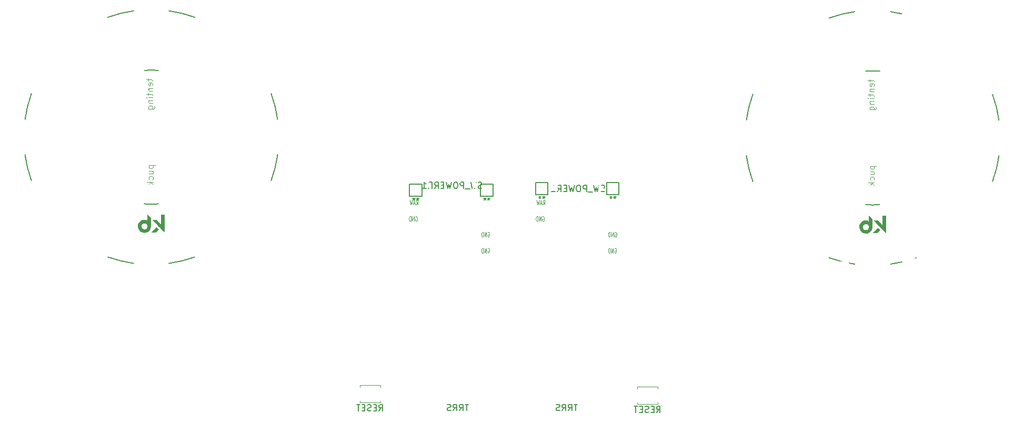
<source format=gbo>
G04 #@! TF.GenerationSoftware,KiCad,Pcbnew,6.0.5*
G04 #@! TF.CreationDate,2022-08-03T13:04:35-04:00*
G04 #@! TF.ProjectId,sweep-high,73776565-702d-4686-9967-682e6b696361,rev?*
G04 #@! TF.SameCoordinates,Original*
G04 #@! TF.FileFunction,Legend,Bot*
G04 #@! TF.FilePolarity,Positive*
%FSLAX46Y46*%
G04 Gerber Fmt 4.6, Leading zero omitted, Abs format (unit mm)*
G04 Created by KiCad (PCBNEW 6.0.5) date 2022-08-03 13:04:35*
%MOMM*%
%LPD*%
G01*
G04 APERTURE LIST*
G04 Aperture macros list*
%AMHorizOval*
0 Thick line with rounded ends*
0 $1 width*
0 $2 $3 position (X,Y) of the first rounded end (center of the circle)*
0 $4 $5 position (X,Y) of the second rounded end (center of the circle)*
0 Add line between two ends*
20,1,$1,$2,$3,$4,$5,0*
0 Add two circle primitives to create the rounded ends*
1,1,$1,$2,$3*
1,1,$1,$4,$5*%
G04 Aperture macros list end*
%ADD10C,0.150000*%
%ADD11C,0.100000*%
%ADD12C,0.125000*%
%ADD13C,0.200000*%
%ADD14C,0.010000*%
%ADD15C,0.120000*%
%ADD16C,1.397000*%
%ADD17C,2.400000*%
%ADD18O,2.200000X1.600000*%
%ADD19HorizOval,2.400000X-0.669131X-0.743145X0.669131X0.743145X0*%
%ADD20HorizOval,1.500000X1.449945X0.012653X-1.449945X-0.012653X0*%
%ADD21O,2.200000X1.500000*%
%ADD22O,2.400000X2.950000*%
%ADD23HorizOval,1.600000X0.259808X-0.150000X-0.259808X0.150000X0*%
%ADD24HorizOval,2.400000X-0.951057X-0.309017X0.951057X0.309017X0*%
%ADD25HorizOval,1.500000X0.303109X-0.175000X-0.303109X0.175000X0*%
%ADD26HorizOval,2.400000X-0.137500X-0.238157X0.137500X0.238157X0*%
%ADD27HorizOval,1.500000X1.262016X-0.714014X-1.262016X0.714014X0*%
%ADD28HorizOval,1.600000X0.289778X-0.077646X-0.289778X0.077646X0*%
%ADD29HorizOval,2.400000X-0.838671X-0.544639X0.838671X0.544639X0*%
%ADD30HorizOval,2.400000X-0.071175X-0.265630X0.071175X0.265630X0*%
%ADD31HorizOval,1.500000X0.338074X-0.090587X-0.338074X0.090587X0*%
%ADD32HorizOval,1.500000X1.403814X-0.363051X-1.403814X0.363051X0*%
%ADD33C,4.400000*%
%ADD34C,1.524000*%
%ADD35C,0.800000*%
%ADD36O,2.000000X1.600000*%
%ADD37HorizOval,1.600000X0.259808X0.150000X-0.259808X-0.150000X0*%
%ADD38HorizOval,2.400000X-0.207912X-0.978148X0.207912X0.978148X0*%
%ADD39HorizOval,2.400000X-0.137500X0.238157X0.137500X-0.238157X0*%
%ADD40HorizOval,1.500000X1.249362X0.735931X-1.249362X-0.735931X0*%
%ADD41HorizOval,1.500000X0.303109X0.175000X-0.303109X-0.175000X0*%
%ADD42HorizOval,1.600000X0.289778X0.077646X-0.289778X-0.077646X0*%
%ADD43HorizOval,2.400000X-0.453990X-0.891007X0.453990X0.891007X0*%
%ADD44HorizOval,2.400000X-0.071175X0.265630X0.071175X-0.265630X0*%
%ADD45HorizOval,1.500000X1.397264X0.387496X-1.397264X-0.387496X0*%
%ADD46HorizOval,1.500000X0.338074X0.090587X-0.338074X-0.090587X0*%
%ADD47C,0.500000*%
%ADD48C,1.000000*%
%ADD49R,0.900000X0.900000*%
%ADD50R,0.900000X1.250000*%
%ADD51R,0.900000X1.700000*%
G04 APERTURE END LIST*
D10*
X146499643Y-84941897D02*
X146499643Y-85135421D01*
X146693166Y-85058011D02*
X146499643Y-85135421D01*
X146306119Y-85058011D01*
X146615757Y-85290240D02*
X146499643Y-85135421D01*
X146383528Y-85290240D01*
X145880366Y-84941897D02*
X145880366Y-85135421D01*
X146073890Y-85058011D02*
X145880366Y-85135421D01*
X145686843Y-85058011D01*
X145996481Y-85290240D02*
X145880366Y-85135421D01*
X145764252Y-85290240D01*
X135069643Y-84941897D02*
X135069643Y-85135421D01*
X135263166Y-85058011D02*
X135069643Y-85135421D01*
X134876119Y-85058011D01*
X135185757Y-85290240D02*
X135069643Y-85135421D01*
X134953528Y-85290240D01*
X134450366Y-84941897D02*
X134450366Y-85135421D01*
X134643890Y-85058011D02*
X134450366Y-85135421D01*
X134256843Y-85058011D01*
X134566481Y-85290240D02*
X134450366Y-85135421D01*
X134334252Y-85290240D01*
D11*
X91733714Y-65762500D02*
X91733714Y-66143452D01*
X91400380Y-65905357D02*
X92257523Y-65905357D01*
X92352761Y-65952976D01*
X92400380Y-66048214D01*
X92400380Y-66143452D01*
X92352761Y-66857738D02*
X92400380Y-66762500D01*
X92400380Y-66572023D01*
X92352761Y-66476785D01*
X92257523Y-66429166D01*
X91876571Y-66429166D01*
X91781333Y-66476785D01*
X91733714Y-66572023D01*
X91733714Y-66762500D01*
X91781333Y-66857738D01*
X91876571Y-66905357D01*
X91971809Y-66905357D01*
X92067047Y-66429166D01*
X91733714Y-67333928D02*
X92400380Y-67333928D01*
X91828952Y-67333928D02*
X91781333Y-67381547D01*
X91733714Y-67476785D01*
X91733714Y-67619642D01*
X91781333Y-67714880D01*
X91876571Y-67762500D01*
X92400380Y-67762500D01*
X91733714Y-68095833D02*
X91733714Y-68476785D01*
X91400380Y-68238690D02*
X92257523Y-68238690D01*
X92352761Y-68286309D01*
X92400380Y-68381547D01*
X92400380Y-68476785D01*
X92400380Y-68810119D02*
X91733714Y-68810119D01*
X91400380Y-68810119D02*
X91448000Y-68762500D01*
X91495619Y-68810119D01*
X91448000Y-68857738D01*
X91400380Y-68810119D01*
X91495619Y-68810119D01*
X91733714Y-69286309D02*
X92400380Y-69286309D01*
X91828952Y-69286309D02*
X91781333Y-69333928D01*
X91733714Y-69429166D01*
X91733714Y-69572023D01*
X91781333Y-69667261D01*
X91876571Y-69714880D01*
X92400380Y-69714880D01*
X91733714Y-70619642D02*
X92543238Y-70619642D01*
X92638476Y-70572023D01*
X92686095Y-70524404D01*
X92733714Y-70429166D01*
X92733714Y-70286309D01*
X92686095Y-70191071D01*
X92352761Y-70619642D02*
X92400380Y-70524404D01*
X92400380Y-70333928D01*
X92352761Y-70238690D01*
X92305142Y-70191071D01*
X92209904Y-70143452D01*
X91924190Y-70143452D01*
X91828952Y-70191071D01*
X91781333Y-70238690D01*
X91733714Y-70333928D01*
X91733714Y-70524404D01*
X91781333Y-70619642D01*
X91797214Y-79716500D02*
X92797214Y-79716500D01*
X91844833Y-79716500D02*
X91797214Y-79811738D01*
X91797214Y-80002214D01*
X91844833Y-80097452D01*
X91892452Y-80145071D01*
X91987690Y-80192690D01*
X92273404Y-80192690D01*
X92368642Y-80145071D01*
X92416261Y-80097452D01*
X92463880Y-80002214D01*
X92463880Y-79811738D01*
X92416261Y-79716500D01*
X91797214Y-81049833D02*
X92463880Y-81049833D01*
X91797214Y-80621261D02*
X92321023Y-80621261D01*
X92416261Y-80668880D01*
X92463880Y-80764119D01*
X92463880Y-80906976D01*
X92416261Y-81002214D01*
X92368642Y-81049833D01*
X92416261Y-81954595D02*
X92463880Y-81859357D01*
X92463880Y-81668880D01*
X92416261Y-81573642D01*
X92368642Y-81526023D01*
X92273404Y-81478404D01*
X91987690Y-81478404D01*
X91892452Y-81526023D01*
X91844833Y-81573642D01*
X91797214Y-81668880D01*
X91797214Y-81859357D01*
X91844833Y-81954595D01*
X92463880Y-82383166D02*
X91463880Y-82383166D01*
X92082928Y-82478404D02*
X92463880Y-82764119D01*
X91797214Y-82764119D02*
X92178166Y-82383166D01*
D10*
X128846380Y-119240380D02*
X129179714Y-118764190D01*
X129417809Y-119240380D02*
X129417809Y-118240380D01*
X129036857Y-118240380D01*
X128941619Y-118288000D01*
X128894000Y-118335619D01*
X128846380Y-118430857D01*
X128846380Y-118573714D01*
X128894000Y-118668952D01*
X128941619Y-118716571D01*
X129036857Y-118764190D01*
X129417809Y-118764190D01*
X128417809Y-118716571D02*
X128084476Y-118716571D01*
X127941619Y-119240380D02*
X128417809Y-119240380D01*
X128417809Y-118240380D01*
X127941619Y-118240380D01*
X127560666Y-119192761D02*
X127417809Y-119240380D01*
X127179714Y-119240380D01*
X127084476Y-119192761D01*
X127036857Y-119145142D01*
X126989238Y-119049904D01*
X126989238Y-118954666D01*
X127036857Y-118859428D01*
X127084476Y-118811809D01*
X127179714Y-118764190D01*
X127370190Y-118716571D01*
X127465428Y-118668952D01*
X127513047Y-118621333D01*
X127560666Y-118526095D01*
X127560666Y-118430857D01*
X127513047Y-118335619D01*
X127465428Y-118288000D01*
X127370190Y-118240380D01*
X127132095Y-118240380D01*
X126989238Y-118288000D01*
X126560666Y-118716571D02*
X126227333Y-118716571D01*
X126084476Y-119240380D02*
X126560666Y-119240380D01*
X126560666Y-118240380D01*
X126084476Y-118240380D01*
X125798761Y-118240380D02*
X125227333Y-118240380D01*
X125513047Y-119240380D02*
X125513047Y-118240380D01*
D12*
X146334952Y-93101000D02*
X146382571Y-93065285D01*
X146454000Y-93065285D01*
X146525428Y-93101000D01*
X146573047Y-93172428D01*
X146596857Y-93243857D01*
X146620666Y-93386714D01*
X146620666Y-93493857D01*
X146596857Y-93636714D01*
X146573047Y-93708142D01*
X146525428Y-93779571D01*
X146454000Y-93815285D01*
X146406380Y-93815285D01*
X146334952Y-93779571D01*
X146311142Y-93743857D01*
X146311142Y-93493857D01*
X146406380Y-93493857D01*
X146096857Y-93815285D02*
X146096857Y-93065285D01*
X145811142Y-93815285D01*
X145811142Y-93065285D01*
X145573047Y-93815285D02*
X145573047Y-93065285D01*
X145454000Y-93065285D01*
X145382571Y-93101000D01*
X145334952Y-93172428D01*
X145311142Y-93243857D01*
X145287333Y-93386714D01*
X145287333Y-93493857D01*
X145311142Y-93636714D01*
X145334952Y-93708142D01*
X145382571Y-93779571D01*
X145454000Y-93815285D01*
X145573047Y-93815285D01*
D10*
D12*
X134799238Y-86065285D02*
X134965904Y-85708142D01*
X135084952Y-86065285D02*
X135084952Y-85315285D01*
X134894476Y-85315285D01*
X134846857Y-85351000D01*
X134823047Y-85386714D01*
X134799238Y-85458142D01*
X134799238Y-85565285D01*
X134823047Y-85636714D01*
X134846857Y-85672428D01*
X134894476Y-85708142D01*
X135084952Y-85708142D01*
X134608761Y-85851000D02*
X134370666Y-85851000D01*
X134656380Y-86065285D02*
X134489714Y-85315285D01*
X134323047Y-86065285D01*
X134204000Y-85315285D02*
X134084952Y-86065285D01*
X133989714Y-85529571D01*
X133894476Y-86065285D01*
X133775428Y-85315285D01*
X134704952Y-87991000D02*
X134752571Y-87955285D01*
X134824000Y-87955285D01*
X134895428Y-87991000D01*
X134943047Y-88062428D01*
X134966857Y-88133857D01*
X134990666Y-88276714D01*
X134990666Y-88383857D01*
X134966857Y-88526714D01*
X134943047Y-88598142D01*
X134895428Y-88669571D01*
X134824000Y-88705285D01*
X134776380Y-88705285D01*
X134704952Y-88669571D01*
X134681142Y-88633857D01*
X134681142Y-88383857D01*
X134776380Y-88383857D01*
X134466857Y-88705285D02*
X134466857Y-87955285D01*
X134181142Y-88705285D01*
X134181142Y-87955285D01*
X133943047Y-88705285D02*
X133943047Y-87955285D01*
X133824000Y-87955285D01*
X133752571Y-87991000D01*
X133704952Y-88062428D01*
X133681142Y-88133857D01*
X133657333Y-88276714D01*
X133657333Y-88383857D01*
X133681142Y-88526714D01*
X133704952Y-88598142D01*
X133752571Y-88669571D01*
X133824000Y-88705285D01*
X133943047Y-88705285D01*
X146354952Y-90521000D02*
X146402571Y-90485285D01*
X146474000Y-90485285D01*
X146545428Y-90521000D01*
X146593047Y-90592428D01*
X146616857Y-90663857D01*
X146640666Y-90806714D01*
X146640666Y-90913857D01*
X146616857Y-91056714D01*
X146593047Y-91128142D01*
X146545428Y-91199571D01*
X146474000Y-91235285D01*
X146426380Y-91235285D01*
X146354952Y-91199571D01*
X146331142Y-91163857D01*
X146331142Y-90913857D01*
X146426380Y-90913857D01*
X146116857Y-91235285D02*
X146116857Y-90485285D01*
X145831142Y-91235285D01*
X145831142Y-90485285D01*
X145593047Y-91235285D02*
X145593047Y-90485285D01*
X145474000Y-90485285D01*
X145402571Y-90521000D01*
X145354952Y-90592428D01*
X145331142Y-90663857D01*
X145307333Y-90806714D01*
X145307333Y-90913857D01*
X145331142Y-91056714D01*
X145354952Y-91128142D01*
X145402571Y-91199571D01*
X145474000Y-91235285D01*
X145593047Y-91235285D01*
D10*
X166769478Y-84687897D02*
X166769478Y-84881421D01*
X166963001Y-84804011D02*
X166769478Y-84881421D01*
X166575954Y-84804011D01*
X166885592Y-85036240D02*
X166769478Y-84881421D01*
X166653363Y-85036240D01*
X166150201Y-84687897D02*
X166150201Y-84881421D01*
X166343725Y-84804011D02*
X166150201Y-84881421D01*
X165956678Y-84804011D01*
X166266316Y-85036240D02*
X166150201Y-84881421D01*
X166034087Y-85036240D01*
X173500220Y-119494380D02*
X173833554Y-119018190D01*
X174071649Y-119494380D02*
X174071649Y-118494380D01*
X173690697Y-118494380D01*
X173595459Y-118542000D01*
X173547840Y-118589619D01*
X173500220Y-118684857D01*
X173500220Y-118827714D01*
X173547840Y-118922952D01*
X173595459Y-118970571D01*
X173690697Y-119018190D01*
X174071649Y-119018190D01*
X173071649Y-118970571D02*
X172738316Y-118970571D01*
X172595459Y-119494380D02*
X173071649Y-119494380D01*
X173071649Y-118494380D01*
X172595459Y-118494380D01*
X172214506Y-119446761D02*
X172071649Y-119494380D01*
X171833554Y-119494380D01*
X171738316Y-119446761D01*
X171690697Y-119399142D01*
X171643078Y-119303904D01*
X171643078Y-119208666D01*
X171690697Y-119113428D01*
X171738316Y-119065809D01*
X171833554Y-119018190D01*
X172024030Y-118970571D01*
X172119268Y-118922952D01*
X172166887Y-118875333D01*
X172214506Y-118780095D01*
X172214506Y-118684857D01*
X172166887Y-118589619D01*
X172119268Y-118542000D01*
X172024030Y-118494380D01*
X171785935Y-118494380D01*
X171643078Y-118542000D01*
X171214506Y-118970571D02*
X170881173Y-118970571D01*
X170738316Y-119494380D02*
X171214506Y-119494380D01*
X171214506Y-118494380D01*
X170738316Y-118494380D01*
X170452601Y-118494380D02*
X169881173Y-118494380D01*
X170166887Y-119494380D02*
X170166887Y-118494380D01*
X155339478Y-84687897D02*
X155339478Y-84881421D01*
X155533001Y-84804011D02*
X155339478Y-84881421D01*
X155145954Y-84804011D01*
X155455592Y-85036240D02*
X155339478Y-84881421D01*
X155223363Y-85036240D01*
X154720201Y-84687897D02*
X154720201Y-84881421D01*
X154913725Y-84804011D02*
X154720201Y-84881421D01*
X154526678Y-84804011D01*
X154836316Y-85036240D02*
X154720201Y-84881421D01*
X154604087Y-85036240D01*
D11*
X207801554Y-65889500D02*
X207801554Y-66270452D01*
X207468220Y-66032357D02*
X208325363Y-66032357D01*
X208420601Y-66079976D01*
X208468220Y-66175214D01*
X208468220Y-66270452D01*
X208420601Y-66984738D02*
X208468220Y-66889500D01*
X208468220Y-66699023D01*
X208420601Y-66603785D01*
X208325363Y-66556166D01*
X207944411Y-66556166D01*
X207849173Y-66603785D01*
X207801554Y-66699023D01*
X207801554Y-66889500D01*
X207849173Y-66984738D01*
X207944411Y-67032357D01*
X208039649Y-67032357D01*
X208134887Y-66556166D01*
X207801554Y-67460928D02*
X208468220Y-67460928D01*
X207896792Y-67460928D02*
X207849173Y-67508547D01*
X207801554Y-67603785D01*
X207801554Y-67746642D01*
X207849173Y-67841880D01*
X207944411Y-67889500D01*
X208468220Y-67889500D01*
X207801554Y-68222833D02*
X207801554Y-68603785D01*
X207468220Y-68365690D02*
X208325363Y-68365690D01*
X208420601Y-68413309D01*
X208468220Y-68508547D01*
X208468220Y-68603785D01*
X208468220Y-68937119D02*
X207801554Y-68937119D01*
X207468220Y-68937119D02*
X207515840Y-68889500D01*
X207563459Y-68937119D01*
X207515840Y-68984738D01*
X207468220Y-68937119D01*
X207563459Y-68937119D01*
X207801554Y-69413309D02*
X208468220Y-69413309D01*
X207896792Y-69413309D02*
X207849173Y-69460928D01*
X207801554Y-69556166D01*
X207801554Y-69699023D01*
X207849173Y-69794261D01*
X207944411Y-69841880D01*
X208468220Y-69841880D01*
X207801554Y-70746642D02*
X208611078Y-70746642D01*
X208706316Y-70699023D01*
X208753935Y-70651404D01*
X208801554Y-70556166D01*
X208801554Y-70413309D01*
X208753935Y-70318071D01*
X208420601Y-70746642D02*
X208468220Y-70651404D01*
X208468220Y-70460928D01*
X208420601Y-70365690D01*
X208372982Y-70318071D01*
X208277744Y-70270452D01*
X207992030Y-70270452D01*
X207896792Y-70318071D01*
X207849173Y-70365690D01*
X207801554Y-70460928D01*
X207801554Y-70651404D01*
X207849173Y-70746642D01*
X207865054Y-79843500D02*
X208865054Y-79843500D01*
X207912673Y-79843500D02*
X207865054Y-79938738D01*
X207865054Y-80129214D01*
X207912673Y-80224452D01*
X207960292Y-80272071D01*
X208055530Y-80319690D01*
X208341244Y-80319690D01*
X208436482Y-80272071D01*
X208484101Y-80224452D01*
X208531720Y-80129214D01*
X208531720Y-79938738D01*
X208484101Y-79843500D01*
X207865054Y-81176833D02*
X208531720Y-81176833D01*
X207865054Y-80748261D02*
X208388863Y-80748261D01*
X208484101Y-80795880D01*
X208531720Y-80891119D01*
X208531720Y-81033976D01*
X208484101Y-81129214D01*
X208436482Y-81176833D01*
X208484101Y-82081595D02*
X208531720Y-81986357D01*
X208531720Y-81795880D01*
X208484101Y-81700642D01*
X208436482Y-81653023D01*
X208341244Y-81605404D01*
X208055530Y-81605404D01*
X207960292Y-81653023D01*
X207912673Y-81700642D01*
X207865054Y-81795880D01*
X207865054Y-81986357D01*
X207912673Y-82081595D01*
X208531720Y-82510166D02*
X207531720Y-82510166D01*
X208150768Y-82605404D02*
X208531720Y-82891119D01*
X207865054Y-82891119D02*
X208246006Y-82510166D01*
D10*
X160765904Y-118197380D02*
X160194476Y-118197380D01*
X160480190Y-119197380D02*
X160480190Y-118197380D01*
X159289714Y-119197380D02*
X159623047Y-118721190D01*
X159861142Y-119197380D02*
X159861142Y-118197380D01*
X159480190Y-118197380D01*
X159384952Y-118245000D01*
X159337333Y-118292619D01*
X159289714Y-118387857D01*
X159289714Y-118530714D01*
X159337333Y-118625952D01*
X159384952Y-118673571D01*
X159480190Y-118721190D01*
X159861142Y-118721190D01*
X158289714Y-119197380D02*
X158623047Y-118721190D01*
X158861142Y-119197380D02*
X158861142Y-118197380D01*
X158480190Y-118197380D01*
X158384952Y-118245000D01*
X158337333Y-118292619D01*
X158289714Y-118387857D01*
X158289714Y-118530714D01*
X158337333Y-118625952D01*
X158384952Y-118673571D01*
X158480190Y-118721190D01*
X158861142Y-118721190D01*
X157908761Y-119149761D02*
X157765904Y-119197380D01*
X157527809Y-119197380D01*
X157432571Y-119149761D01*
X157384952Y-119102142D01*
X157337333Y-119006904D01*
X157337333Y-118911666D01*
X157384952Y-118816428D01*
X157432571Y-118768809D01*
X157527809Y-118721190D01*
X157718285Y-118673571D01*
X157813523Y-118625952D01*
X157861142Y-118578333D01*
X157908761Y-118483095D01*
X157908761Y-118387857D01*
X157861142Y-118292619D01*
X157813523Y-118245000D01*
X157718285Y-118197380D01*
X157480190Y-118197380D01*
X157337333Y-118245000D01*
D12*
X155223078Y-86065285D02*
X155389744Y-85708142D01*
X155508792Y-86065285D02*
X155508792Y-85315285D01*
X155318316Y-85315285D01*
X155270697Y-85351000D01*
X155246887Y-85386714D01*
X155223078Y-85458142D01*
X155223078Y-85565285D01*
X155246887Y-85636714D01*
X155270697Y-85672428D01*
X155318316Y-85708142D01*
X155508792Y-85708142D01*
X155032601Y-85851000D02*
X154794506Y-85851000D01*
X155080220Y-86065285D02*
X154913554Y-85315285D01*
X154746887Y-86065285D01*
X154627840Y-85315285D02*
X154508792Y-86065285D01*
X154413554Y-85529571D01*
X154318316Y-86065285D01*
X154199268Y-85315285D01*
X166778792Y-90521000D02*
X166826411Y-90485285D01*
X166897840Y-90485285D01*
X166969268Y-90521000D01*
X167016887Y-90592428D01*
X167040697Y-90663857D01*
X167064506Y-90806714D01*
X167064506Y-90913857D01*
X167040697Y-91056714D01*
X167016887Y-91128142D01*
X166969268Y-91199571D01*
X166897840Y-91235285D01*
X166850220Y-91235285D01*
X166778792Y-91199571D01*
X166754982Y-91163857D01*
X166754982Y-90913857D01*
X166850220Y-90913857D01*
X166540697Y-91235285D02*
X166540697Y-90485285D01*
X166254982Y-91235285D01*
X166254982Y-90485285D01*
X166016887Y-91235285D02*
X166016887Y-90485285D01*
X165897840Y-90485285D01*
X165826411Y-90521000D01*
X165778792Y-90592428D01*
X165754982Y-90663857D01*
X165731173Y-90806714D01*
X165731173Y-90913857D01*
X165754982Y-91056714D01*
X165778792Y-91128142D01*
X165826411Y-91199571D01*
X165897840Y-91235285D01*
X166016887Y-91235285D01*
D10*
D12*
X155128792Y-87991000D02*
X155176411Y-87955285D01*
X155247840Y-87955285D01*
X155319268Y-87991000D01*
X155366887Y-88062428D01*
X155390697Y-88133857D01*
X155414506Y-88276714D01*
X155414506Y-88383857D01*
X155390697Y-88526714D01*
X155366887Y-88598142D01*
X155319268Y-88669571D01*
X155247840Y-88705285D01*
X155200220Y-88705285D01*
X155128792Y-88669571D01*
X155104982Y-88633857D01*
X155104982Y-88383857D01*
X155200220Y-88383857D01*
X154890697Y-88705285D02*
X154890697Y-87955285D01*
X154604982Y-88705285D01*
X154604982Y-87955285D01*
X154366887Y-88705285D02*
X154366887Y-87955285D01*
X154247840Y-87955285D01*
X154176411Y-87991000D01*
X154128792Y-88062428D01*
X154104982Y-88133857D01*
X154081173Y-88276714D01*
X154081173Y-88383857D01*
X154104982Y-88526714D01*
X154128792Y-88598142D01*
X154176411Y-88669571D01*
X154247840Y-88705285D01*
X154366887Y-88705285D01*
X166758792Y-93101000D02*
X166806411Y-93065285D01*
X166877840Y-93065285D01*
X166949268Y-93101000D01*
X166996887Y-93172428D01*
X167020697Y-93243857D01*
X167044506Y-93386714D01*
X167044506Y-93493857D01*
X167020697Y-93636714D01*
X166996887Y-93708142D01*
X166949268Y-93779571D01*
X166877840Y-93815285D01*
X166830220Y-93815285D01*
X166758792Y-93779571D01*
X166734982Y-93743857D01*
X166734982Y-93493857D01*
X166830220Y-93493857D01*
X166520697Y-93815285D02*
X166520697Y-93065285D01*
X166234982Y-93815285D01*
X166234982Y-93065285D01*
X165996887Y-93815285D02*
X165996887Y-93065285D01*
X165877840Y-93065285D01*
X165806411Y-93101000D01*
X165758792Y-93172428D01*
X165734982Y-93243857D01*
X165711173Y-93386714D01*
X165711173Y-93493857D01*
X165734982Y-93636714D01*
X165758792Y-93708142D01*
X165806411Y-93779571D01*
X165877840Y-93815285D01*
X165996887Y-93815285D01*
D10*
X143239904Y-118197380D02*
X142668476Y-118197380D01*
X142954190Y-119197380D02*
X142954190Y-118197380D01*
X141763714Y-119197380D02*
X142097047Y-118721190D01*
X142335142Y-119197380D02*
X142335142Y-118197380D01*
X141954190Y-118197380D01*
X141858952Y-118245000D01*
X141811333Y-118292619D01*
X141763714Y-118387857D01*
X141763714Y-118530714D01*
X141811333Y-118625952D01*
X141858952Y-118673571D01*
X141954190Y-118721190D01*
X142335142Y-118721190D01*
X140763714Y-119197380D02*
X141097047Y-118721190D01*
X141335142Y-119197380D02*
X141335142Y-118197380D01*
X140954190Y-118197380D01*
X140858952Y-118245000D01*
X140811333Y-118292619D01*
X140763714Y-118387857D01*
X140763714Y-118530714D01*
X140811333Y-118625952D01*
X140858952Y-118673571D01*
X140954190Y-118721190D01*
X141335142Y-118721190D01*
X140382761Y-119149761D02*
X140239904Y-119197380D01*
X140001809Y-119197380D01*
X139906571Y-119149761D01*
X139858952Y-119102142D01*
X139811333Y-119006904D01*
X139811333Y-118911666D01*
X139858952Y-118816428D01*
X139906571Y-118768809D01*
X140001809Y-118721190D01*
X140192285Y-118673571D01*
X140287523Y-118625952D01*
X140335142Y-118578333D01*
X140382761Y-118483095D01*
X140382761Y-118387857D01*
X140335142Y-118292619D01*
X140287523Y-118245000D01*
X140192285Y-118197380D01*
X139954190Y-118197380D01*
X139811333Y-118245000D01*
X145363904Y-83394761D02*
X145221047Y-83442380D01*
X144982952Y-83442380D01*
X144887714Y-83394761D01*
X144840095Y-83347142D01*
X144792476Y-83251904D01*
X144792476Y-83156666D01*
X144840095Y-83061428D01*
X144887714Y-83013809D01*
X144982952Y-82966190D01*
X145173428Y-82918571D01*
X145268666Y-82870952D01*
X145316285Y-82823333D01*
X145363904Y-82728095D01*
X145363904Y-82632857D01*
X145316285Y-82537619D01*
X145268666Y-82490000D01*
X145173428Y-82442380D01*
X144935333Y-82442380D01*
X144792476Y-82490000D01*
X144459142Y-82442380D02*
X144221047Y-83442380D01*
X144030571Y-82728095D01*
X143840095Y-83442380D01*
X143602000Y-82442380D01*
X143459142Y-83537619D02*
X142697238Y-83537619D01*
X142459142Y-83442380D02*
X142459142Y-82442380D01*
X142078190Y-82442380D01*
X141982952Y-82490000D01*
X141935333Y-82537619D01*
X141887714Y-82632857D01*
X141887714Y-82775714D01*
X141935333Y-82870952D01*
X141982952Y-82918571D01*
X142078190Y-82966190D01*
X142459142Y-82966190D01*
X141268666Y-82442380D02*
X141078190Y-82442380D01*
X140982952Y-82490000D01*
X140887714Y-82585238D01*
X140840095Y-82775714D01*
X140840095Y-83109047D01*
X140887714Y-83299523D01*
X140982952Y-83394761D01*
X141078190Y-83442380D01*
X141268666Y-83442380D01*
X141363904Y-83394761D01*
X141459142Y-83299523D01*
X141506761Y-83109047D01*
X141506761Y-82775714D01*
X141459142Y-82585238D01*
X141363904Y-82490000D01*
X141268666Y-82442380D01*
X140506761Y-82442380D02*
X140268666Y-83442380D01*
X140078190Y-82728095D01*
X139887714Y-83442380D01*
X139649619Y-82442380D01*
X139268666Y-82918571D02*
X138935333Y-82918571D01*
X138792476Y-83442380D02*
X139268666Y-83442380D01*
X139268666Y-82442380D01*
X138792476Y-82442380D01*
X137792476Y-83442380D02*
X138125809Y-82966190D01*
X138363904Y-83442380D02*
X138363904Y-82442380D01*
X137982952Y-82442380D01*
X137887714Y-82490000D01*
X137840095Y-82537619D01*
X137792476Y-82632857D01*
X137792476Y-82775714D01*
X137840095Y-82870952D01*
X137887714Y-82918571D01*
X137982952Y-82966190D01*
X138363904Y-82966190D01*
X136792476Y-83442380D02*
X137125809Y-82966190D01*
X137363904Y-83442380D02*
X137363904Y-82442380D01*
X136982952Y-82442380D01*
X136887714Y-82490000D01*
X136840095Y-82537619D01*
X136792476Y-82632857D01*
X136792476Y-82775714D01*
X136840095Y-82870952D01*
X136887714Y-82918571D01*
X136982952Y-82966190D01*
X137363904Y-82966190D01*
X135840095Y-83442380D02*
X136411523Y-83442380D01*
X136125809Y-83442380D02*
X136125809Y-82442380D01*
X136221047Y-82585238D01*
X136316285Y-82680476D01*
X136411523Y-82728095D01*
X165133744Y-83902761D02*
X164990887Y-83950380D01*
X164752792Y-83950380D01*
X164657554Y-83902761D01*
X164609935Y-83855142D01*
X164562316Y-83759904D01*
X164562316Y-83664666D01*
X164609935Y-83569428D01*
X164657554Y-83521809D01*
X164752792Y-83474190D01*
X164943268Y-83426571D01*
X165038506Y-83378952D01*
X165086125Y-83331333D01*
X165133744Y-83236095D01*
X165133744Y-83140857D01*
X165086125Y-83045619D01*
X165038506Y-82998000D01*
X164943268Y-82950380D01*
X164705173Y-82950380D01*
X164562316Y-82998000D01*
X164228982Y-82950380D02*
X163990887Y-83950380D01*
X163800411Y-83236095D01*
X163609935Y-83950380D01*
X163371840Y-82950380D01*
X163228982Y-84045619D02*
X162467078Y-84045619D01*
X162228982Y-83950380D02*
X162228982Y-82950380D01*
X161848030Y-82950380D01*
X161752792Y-82998000D01*
X161705173Y-83045619D01*
X161657554Y-83140857D01*
X161657554Y-83283714D01*
X161705173Y-83378952D01*
X161752792Y-83426571D01*
X161848030Y-83474190D01*
X162228982Y-83474190D01*
X161038506Y-82950380D02*
X160848030Y-82950380D01*
X160752792Y-82998000D01*
X160657554Y-83093238D01*
X160609935Y-83283714D01*
X160609935Y-83617047D01*
X160657554Y-83807523D01*
X160752792Y-83902761D01*
X160848030Y-83950380D01*
X161038506Y-83950380D01*
X161133744Y-83902761D01*
X161228982Y-83807523D01*
X161276601Y-83617047D01*
X161276601Y-83283714D01*
X161228982Y-83093238D01*
X161133744Y-82998000D01*
X161038506Y-82950380D01*
X160276601Y-82950380D02*
X160038506Y-83950380D01*
X159848030Y-83236095D01*
X159657554Y-83950380D01*
X159419459Y-82950380D01*
X159038506Y-83426571D02*
X158705173Y-83426571D01*
X158562316Y-83950380D02*
X159038506Y-83950380D01*
X159038506Y-82950380D01*
X158562316Y-82950380D01*
X157562316Y-83950380D02*
X157895649Y-83474190D01*
X158133744Y-83950380D02*
X158133744Y-82950380D01*
X157752792Y-82950380D01*
X157657554Y-82998000D01*
X157609935Y-83045619D01*
X157562316Y-83140857D01*
X157562316Y-83283714D01*
X157609935Y-83378952D01*
X157657554Y-83426571D01*
X157752792Y-83474190D01*
X158133744Y-83474190D01*
X156609935Y-83950380D02*
X157181363Y-83950380D01*
X156895649Y-83950380D02*
X156895649Y-82950380D01*
X156990887Y-83093238D01*
X157086125Y-83188476D01*
X157181363Y-83236095D01*
X145190005Y-82736002D02*
X147190005Y-82736002D01*
X147190005Y-82736002D02*
X147190005Y-84736002D01*
X147190005Y-84736002D02*
X145190005Y-84736002D01*
X145190005Y-84736002D02*
X145190005Y-82736002D01*
X133760005Y-84736002D02*
X133760005Y-82736002D01*
X135760005Y-84736002D02*
X133760005Y-84736002D01*
X135760005Y-82736002D02*
X135760005Y-84736002D01*
X133760005Y-82736002D02*
X135760005Y-82736002D01*
D13*
X95059500Y-95504000D02*
G75*
G03*
X99210045Y-94470135I-2857506J20320019D01*
G01*
X91073615Y-85919864D02*
G75*
G03*
X92202000Y-85979000I1128379J10735785D01*
G01*
X93330385Y-64448137D02*
G75*
G03*
X92202000Y-64389000I-1128385J-10735763D01*
G01*
X85193955Y-94470135D02*
G75*
G03*
X89344500Y-95504000I7008045J19286135D01*
G01*
X112522000Y-72326500D02*
G75*
G03*
X111488134Y-68175952I-20320000J-2857500D01*
G01*
X92202000Y-85979001D02*
G75*
G03*
X93330385Y-85919864I0J10794901D01*
G01*
X72915865Y-68175956D02*
G75*
G03*
X71882000Y-72326500I19286255J-7008074D01*
G01*
X71881999Y-78041500D02*
G75*
G03*
X72915865Y-82192046I20320001J2857500D01*
G01*
X92202000Y-64389000D02*
G75*
G03*
X91073615Y-64448136I-6J-10794921D01*
G01*
X111488134Y-82192048D02*
G75*
G03*
X112522000Y-78041500I-19286134J7008048D01*
G01*
X89344500Y-54863999D02*
G75*
G03*
X85193954Y-55897865I2857500J-20320001D01*
G01*
X99210049Y-55897867D02*
G75*
G03*
X95059500Y-54864000I-7008049J-19286133D01*
G01*
G36*
X92989184Y-89700669D02*
G01*
X93001413Y-89710717D01*
X93026895Y-89734337D01*
X93063042Y-89769050D01*
X93107266Y-89812375D01*
X93156979Y-89861830D01*
X93318014Y-90023174D01*
X93284132Y-90060989D01*
X93280955Y-90064481D01*
X93259087Y-90087690D01*
X93224741Y-90123436D01*
X93180925Y-90168616D01*
X93130642Y-90220129D01*
X93076900Y-90274872D01*
X92903550Y-90450941D01*
X92283536Y-90450941D01*
X92311837Y-90417306D01*
X92314130Y-90414615D01*
X92334798Y-90391386D01*
X92367556Y-90355546D01*
X92410416Y-90309201D01*
X92461388Y-90254458D01*
X92518484Y-90193423D01*
X92579714Y-90128204D01*
X92643089Y-90060906D01*
X92706622Y-89993636D01*
X92768321Y-89928501D01*
X92826200Y-89867607D01*
X92878267Y-89813061D01*
X92922536Y-89766969D01*
X92957015Y-89731438D01*
X92979718Y-89708575D01*
X92988653Y-89700486D01*
X92989184Y-89700669D01*
G37*
D14*
X92989184Y-89700669D02*
X93001413Y-89710717D01*
X93026895Y-89734337D01*
X93063042Y-89769050D01*
X93107266Y-89812375D01*
X93156979Y-89861830D01*
X93318014Y-90023174D01*
X93284132Y-90060989D01*
X93280955Y-90064481D01*
X93259087Y-90087690D01*
X93224741Y-90123436D01*
X93180925Y-90168616D01*
X93130642Y-90220129D01*
X93076900Y-90274872D01*
X92903550Y-90450941D01*
X92283536Y-90450941D01*
X92311837Y-90417306D01*
X92314130Y-90414615D01*
X92334798Y-90391386D01*
X92367556Y-90355546D01*
X92410416Y-90309201D01*
X92461388Y-90254458D01*
X92518484Y-90193423D01*
X92579714Y-90128204D01*
X92643089Y-90060906D01*
X92706622Y-89993636D01*
X92768321Y-89928501D01*
X92826200Y-89867607D01*
X92878267Y-89813061D01*
X92922536Y-89766969D01*
X92957015Y-89731438D01*
X92979718Y-89708575D01*
X92988653Y-89700486D01*
X92989184Y-89700669D01*
G36*
X94282952Y-90410356D02*
G01*
X94192108Y-90318080D01*
X94178327Y-90304084D01*
X94146466Y-90271731D01*
X94100519Y-90225077D01*
X94041703Y-90165359D01*
X93971236Y-90093814D01*
X93890337Y-90011677D01*
X93800222Y-89920184D01*
X93702110Y-89820573D01*
X93597218Y-89714080D01*
X93486764Y-89601940D01*
X93371965Y-89485391D01*
X93254040Y-89365668D01*
X92406816Y-88505531D01*
X92695184Y-88502438D01*
X92983552Y-88499344D01*
X93786498Y-89302044D01*
X93786498Y-87668486D01*
X94282952Y-87668486D01*
X94282952Y-90410356D01*
G37*
X94282952Y-90410356D02*
X94192108Y-90318080D01*
X94178327Y-90304084D01*
X94146466Y-90271731D01*
X94100519Y-90225077D01*
X94041703Y-90165359D01*
X93971236Y-90093814D01*
X93890337Y-90011677D01*
X93800222Y-89920184D01*
X93702110Y-89820573D01*
X93597218Y-89714080D01*
X93486764Y-89601940D01*
X93371965Y-89485391D01*
X93254040Y-89365668D01*
X92406816Y-88505531D01*
X92695184Y-88502438D01*
X92983552Y-88499344D01*
X93786498Y-89302044D01*
X93786498Y-87668486D01*
X94282952Y-87668486D01*
X94282952Y-90410356D01*
G36*
X92079717Y-89614364D02*
G01*
X92077104Y-89642759D01*
X92068235Y-89689209D01*
X92030682Y-89816369D01*
X91975516Y-89942232D01*
X91905824Y-90060414D01*
X91824693Y-90164534D01*
X91816299Y-90173700D01*
X91707987Y-90274026D01*
X91585567Y-90358023D01*
X91452394Y-90424002D01*
X91311826Y-90470277D01*
X91167218Y-90495158D01*
X91066972Y-90499641D01*
X90918551Y-90488242D01*
X90775132Y-90455989D01*
X90638896Y-90403966D01*
X90512021Y-90333252D01*
X90396688Y-90244930D01*
X90295075Y-90140081D01*
X90209363Y-90019788D01*
X90152108Y-89912869D01*
X90098963Y-89773633D01*
X90067607Y-89629069D01*
X90061103Y-89532705D01*
X90556342Y-89532705D01*
X90556624Y-89537995D01*
X90560942Y-89593298D01*
X90568299Y-89635590D01*
X90580944Y-89674198D01*
X90601125Y-89718444D01*
X90622613Y-89756771D01*
X90664098Y-89815565D01*
X90712155Y-89871021D01*
X90761478Y-89917215D01*
X90806764Y-89948219D01*
X90822931Y-89955995D01*
X90863836Y-89973355D01*
X90906833Y-89989441D01*
X90979660Y-90008729D01*
X91083361Y-90017250D01*
X91184902Y-90004456D01*
X91281688Y-89971324D01*
X91371120Y-89918831D01*
X91450601Y-89847954D01*
X91517535Y-89759671D01*
X91546189Y-89705526D01*
X91576621Y-89611507D01*
X91587193Y-89513958D01*
X91578887Y-89416010D01*
X91552685Y-89320797D01*
X91509572Y-89231450D01*
X91450529Y-89151104D01*
X91376539Y-89082890D01*
X91288587Y-89029941D01*
X91274584Y-89023655D01*
X91176238Y-88993030D01*
X91074886Y-88982848D01*
X90973982Y-88992168D01*
X90876983Y-89020046D01*
X90787347Y-89065542D01*
X90708530Y-89127712D01*
X90643988Y-89205616D01*
X90626218Y-89234145D01*
X90582566Y-89327568D01*
X90559710Y-89425460D01*
X90556342Y-89532705D01*
X90061103Y-89532705D01*
X90057316Y-89476591D01*
X90060877Y-89386921D01*
X90083558Y-89236642D01*
X90126310Y-89094673D01*
X90188120Y-88962688D01*
X90267978Y-88842363D01*
X90364872Y-88735374D01*
X90477792Y-88643394D01*
X90605725Y-88568101D01*
X90675576Y-88535462D01*
X90750714Y-88506245D01*
X90822366Y-88486753D01*
X90898849Y-88474816D01*
X90988484Y-88468264D01*
X91006296Y-88467596D01*
X91145497Y-88474034D01*
X91275880Y-88501710D01*
X91398096Y-88550814D01*
X91512793Y-88621536D01*
X91536927Y-88638738D01*
X91561773Y-88655081D01*
X91574204Y-88661395D01*
X91575112Y-88657365D01*
X91576561Y-88633558D01*
X91577888Y-88590435D01*
X91579057Y-88530360D01*
X91580033Y-88455698D01*
X91580783Y-88368812D01*
X91581272Y-88272067D01*
X91581464Y-88167827D01*
X91581612Y-87674259D01*
X92089316Y-88184285D01*
X92089229Y-88875999D01*
X92089226Y-88887735D01*
X92088965Y-89038209D01*
X92088301Y-89175481D01*
X92087257Y-89298137D01*
X92085854Y-89404766D01*
X92084115Y-89493955D01*
X92083531Y-89513958D01*
X92082062Y-89564292D01*
X92079717Y-89614364D01*
G37*
X92079717Y-89614364D02*
X92077104Y-89642759D01*
X92068235Y-89689209D01*
X92030682Y-89816369D01*
X91975516Y-89942232D01*
X91905824Y-90060414D01*
X91824693Y-90164534D01*
X91816299Y-90173700D01*
X91707987Y-90274026D01*
X91585567Y-90358023D01*
X91452394Y-90424002D01*
X91311826Y-90470277D01*
X91167218Y-90495158D01*
X91066972Y-90499641D01*
X90918551Y-90488242D01*
X90775132Y-90455989D01*
X90638896Y-90403966D01*
X90512021Y-90333252D01*
X90396688Y-90244930D01*
X90295075Y-90140081D01*
X90209363Y-90019788D01*
X90152108Y-89912869D01*
X90098963Y-89773633D01*
X90067607Y-89629069D01*
X90061103Y-89532705D01*
X90556342Y-89532705D01*
X90556624Y-89537995D01*
X90560942Y-89593298D01*
X90568299Y-89635590D01*
X90580944Y-89674198D01*
X90601125Y-89718444D01*
X90622613Y-89756771D01*
X90664098Y-89815565D01*
X90712155Y-89871021D01*
X90761478Y-89917215D01*
X90806764Y-89948219D01*
X90822931Y-89955995D01*
X90863836Y-89973355D01*
X90906833Y-89989441D01*
X90979660Y-90008729D01*
X91083361Y-90017250D01*
X91184902Y-90004456D01*
X91281688Y-89971324D01*
X91371120Y-89918831D01*
X91450601Y-89847954D01*
X91517535Y-89759671D01*
X91546189Y-89705526D01*
X91576621Y-89611507D01*
X91587193Y-89513958D01*
X91578887Y-89416010D01*
X91552685Y-89320797D01*
X91509572Y-89231450D01*
X91450529Y-89151104D01*
X91376539Y-89082890D01*
X91288587Y-89029941D01*
X91274584Y-89023655D01*
X91176238Y-88993030D01*
X91074886Y-88982848D01*
X90973982Y-88992168D01*
X90876983Y-89020046D01*
X90787347Y-89065542D01*
X90708530Y-89127712D01*
X90643988Y-89205616D01*
X90626218Y-89234145D01*
X90582566Y-89327568D01*
X90559710Y-89425460D01*
X90556342Y-89532705D01*
X90061103Y-89532705D01*
X90057316Y-89476591D01*
X90060877Y-89386921D01*
X90083558Y-89236642D01*
X90126310Y-89094673D01*
X90188120Y-88962688D01*
X90267978Y-88842363D01*
X90364872Y-88735374D01*
X90477792Y-88643394D01*
X90605725Y-88568101D01*
X90675576Y-88535462D01*
X90750714Y-88506245D01*
X90822366Y-88486753D01*
X90898849Y-88474816D01*
X90988484Y-88468264D01*
X91006296Y-88467596D01*
X91145497Y-88474034D01*
X91275880Y-88501710D01*
X91398096Y-88550814D01*
X91512793Y-88621536D01*
X91536927Y-88638738D01*
X91561773Y-88655081D01*
X91574204Y-88661395D01*
X91575112Y-88657365D01*
X91576561Y-88633558D01*
X91577888Y-88590435D01*
X91579057Y-88530360D01*
X91580033Y-88455698D01*
X91580783Y-88368812D01*
X91581272Y-88272067D01*
X91581464Y-88167827D01*
X91581612Y-87674259D01*
X92089316Y-88184285D01*
X92089229Y-88875999D01*
X92089226Y-88887735D01*
X92088965Y-89038209D01*
X92088301Y-89175481D01*
X92087257Y-89298137D01*
X92085854Y-89404766D01*
X92084115Y-89493955D01*
X92083531Y-89513958D01*
X92082062Y-89564292D01*
X92079717Y-89614364D01*
D10*
X165459840Y-82482002D02*
X167459840Y-82482002D01*
X167459840Y-84482002D02*
X165459840Y-84482002D01*
X165459840Y-84482002D02*
X165459840Y-82482002D01*
X167459840Y-82482002D02*
X167459840Y-84482002D01*
X154029840Y-82482002D02*
X156029840Y-82482002D01*
X156029840Y-82482002D02*
X156029840Y-84482002D01*
X156029840Y-84482002D02*
X154029840Y-84482002D01*
X154029840Y-84482002D02*
X154029840Y-82482002D01*
D13*
X208269840Y-86106001D02*
G75*
G03*
X209398225Y-86046864I0J10794901D01*
G01*
X211127340Y-95631000D02*
G75*
G03*
X215277885Y-94597135I-2857506J20320019D01*
G01*
X188983705Y-68302956D02*
G75*
G03*
X187949840Y-72453500I19286255J-7008074D01*
G01*
X201261795Y-94597135D02*
G75*
G03*
X205412340Y-95631000I7008045J19286135D01*
G01*
X209398225Y-64575137D02*
G75*
G03*
X208269840Y-64516000I-1128385J-10735763D01*
G01*
X228589840Y-72453500D02*
G75*
G03*
X227555974Y-68302952I-20320000J-2857500D01*
G01*
X208269840Y-64516000D02*
G75*
G03*
X207141455Y-64575136I-6J-10794921D01*
G01*
X205412340Y-54990999D02*
G75*
G03*
X201261794Y-56024865I2857500J-20320001D01*
G01*
X227555974Y-82319048D02*
G75*
G03*
X228589840Y-78168500I-19286134J7008048D01*
G01*
X215277889Y-56024867D02*
G75*
G03*
X211127340Y-54991000I-7008049J-19286133D01*
G01*
X207141455Y-86046864D02*
G75*
G03*
X208269840Y-86106000I1128379J10735785D01*
G01*
X187949839Y-78168500D02*
G75*
G03*
X188983705Y-82319046I20320001J2857500D01*
G01*
G36*
X210350792Y-90537356D02*
G01*
X210259948Y-90445080D01*
X210246167Y-90431084D01*
X210214306Y-90398731D01*
X210168359Y-90352077D01*
X210109543Y-90292359D01*
X210039076Y-90220814D01*
X209958177Y-90138677D01*
X209868062Y-90047184D01*
X209769950Y-89947573D01*
X209665058Y-89841080D01*
X209554604Y-89728940D01*
X209439805Y-89612391D01*
X209321880Y-89492668D01*
X208474656Y-88632531D01*
X208763024Y-88629438D01*
X209051392Y-88626344D01*
X209854338Y-89429044D01*
X209854338Y-87795486D01*
X210350792Y-87795486D01*
X210350792Y-90537356D01*
G37*
D14*
X210350792Y-90537356D02*
X210259948Y-90445080D01*
X210246167Y-90431084D01*
X210214306Y-90398731D01*
X210168359Y-90352077D01*
X210109543Y-90292359D01*
X210039076Y-90220814D01*
X209958177Y-90138677D01*
X209868062Y-90047184D01*
X209769950Y-89947573D01*
X209665058Y-89841080D01*
X209554604Y-89728940D01*
X209439805Y-89612391D01*
X209321880Y-89492668D01*
X208474656Y-88632531D01*
X208763024Y-88629438D01*
X209051392Y-88626344D01*
X209854338Y-89429044D01*
X209854338Y-87795486D01*
X210350792Y-87795486D01*
X210350792Y-90537356D01*
G36*
X208147557Y-89741364D02*
G01*
X208144944Y-89769759D01*
X208136075Y-89816209D01*
X208098522Y-89943369D01*
X208043356Y-90069232D01*
X207973664Y-90187414D01*
X207892533Y-90291534D01*
X207884139Y-90300700D01*
X207775827Y-90401026D01*
X207653407Y-90485023D01*
X207520234Y-90551002D01*
X207379666Y-90597277D01*
X207235058Y-90622158D01*
X207134812Y-90626641D01*
X206986391Y-90615242D01*
X206842972Y-90582989D01*
X206706736Y-90530966D01*
X206579861Y-90460252D01*
X206464528Y-90371930D01*
X206362915Y-90267081D01*
X206277203Y-90146788D01*
X206219948Y-90039869D01*
X206166803Y-89900633D01*
X206135447Y-89756069D01*
X206128943Y-89659705D01*
X206624182Y-89659705D01*
X206624464Y-89664995D01*
X206628782Y-89720298D01*
X206636139Y-89762590D01*
X206648784Y-89801198D01*
X206668965Y-89845444D01*
X206690453Y-89883771D01*
X206731938Y-89942565D01*
X206779995Y-89998021D01*
X206829318Y-90044215D01*
X206874604Y-90075219D01*
X206890771Y-90082995D01*
X206931676Y-90100355D01*
X206974673Y-90116441D01*
X207047500Y-90135729D01*
X207151201Y-90144250D01*
X207252742Y-90131456D01*
X207349528Y-90098324D01*
X207438960Y-90045831D01*
X207518441Y-89974954D01*
X207585375Y-89886671D01*
X207614029Y-89832526D01*
X207644461Y-89738507D01*
X207655033Y-89640958D01*
X207646727Y-89543010D01*
X207620525Y-89447797D01*
X207577412Y-89358450D01*
X207518369Y-89278104D01*
X207444379Y-89209890D01*
X207356427Y-89156941D01*
X207342424Y-89150655D01*
X207244078Y-89120030D01*
X207142726Y-89109848D01*
X207041822Y-89119168D01*
X206944823Y-89147046D01*
X206855187Y-89192542D01*
X206776370Y-89254712D01*
X206711828Y-89332616D01*
X206694058Y-89361145D01*
X206650406Y-89454568D01*
X206627550Y-89552460D01*
X206624182Y-89659705D01*
X206128943Y-89659705D01*
X206125156Y-89603591D01*
X206128717Y-89513921D01*
X206151398Y-89363642D01*
X206194150Y-89221673D01*
X206255960Y-89089688D01*
X206335818Y-88969363D01*
X206432712Y-88862374D01*
X206545632Y-88770394D01*
X206673565Y-88695101D01*
X206743416Y-88662462D01*
X206818554Y-88633245D01*
X206890206Y-88613753D01*
X206966689Y-88601816D01*
X207056324Y-88595264D01*
X207074136Y-88594596D01*
X207213337Y-88601034D01*
X207343720Y-88628710D01*
X207465936Y-88677814D01*
X207580633Y-88748536D01*
X207604767Y-88765738D01*
X207629613Y-88782081D01*
X207642044Y-88788395D01*
X207642952Y-88784365D01*
X207644401Y-88760558D01*
X207645728Y-88717435D01*
X207646897Y-88657360D01*
X207647873Y-88582698D01*
X207648623Y-88495812D01*
X207649112Y-88399067D01*
X207649304Y-88294827D01*
X207649452Y-87801259D01*
X208157156Y-88311285D01*
X208157069Y-89002999D01*
X208157066Y-89014735D01*
X208156805Y-89165209D01*
X208156141Y-89302481D01*
X208155097Y-89425137D01*
X208153694Y-89531766D01*
X208151955Y-89620955D01*
X208151371Y-89640958D01*
X208149902Y-89691292D01*
X208147557Y-89741364D01*
G37*
X208147557Y-89741364D02*
X208144944Y-89769759D01*
X208136075Y-89816209D01*
X208098522Y-89943369D01*
X208043356Y-90069232D01*
X207973664Y-90187414D01*
X207892533Y-90291534D01*
X207884139Y-90300700D01*
X207775827Y-90401026D01*
X207653407Y-90485023D01*
X207520234Y-90551002D01*
X207379666Y-90597277D01*
X207235058Y-90622158D01*
X207134812Y-90626641D01*
X206986391Y-90615242D01*
X206842972Y-90582989D01*
X206706736Y-90530966D01*
X206579861Y-90460252D01*
X206464528Y-90371930D01*
X206362915Y-90267081D01*
X206277203Y-90146788D01*
X206219948Y-90039869D01*
X206166803Y-89900633D01*
X206135447Y-89756069D01*
X206128943Y-89659705D01*
X206624182Y-89659705D01*
X206624464Y-89664995D01*
X206628782Y-89720298D01*
X206636139Y-89762590D01*
X206648784Y-89801198D01*
X206668965Y-89845444D01*
X206690453Y-89883771D01*
X206731938Y-89942565D01*
X206779995Y-89998021D01*
X206829318Y-90044215D01*
X206874604Y-90075219D01*
X206890771Y-90082995D01*
X206931676Y-90100355D01*
X206974673Y-90116441D01*
X207047500Y-90135729D01*
X207151201Y-90144250D01*
X207252742Y-90131456D01*
X207349528Y-90098324D01*
X207438960Y-90045831D01*
X207518441Y-89974954D01*
X207585375Y-89886671D01*
X207614029Y-89832526D01*
X207644461Y-89738507D01*
X207655033Y-89640958D01*
X207646727Y-89543010D01*
X207620525Y-89447797D01*
X207577412Y-89358450D01*
X207518369Y-89278104D01*
X207444379Y-89209890D01*
X207356427Y-89156941D01*
X207342424Y-89150655D01*
X207244078Y-89120030D01*
X207142726Y-89109848D01*
X207041822Y-89119168D01*
X206944823Y-89147046D01*
X206855187Y-89192542D01*
X206776370Y-89254712D01*
X206711828Y-89332616D01*
X206694058Y-89361145D01*
X206650406Y-89454568D01*
X206627550Y-89552460D01*
X206624182Y-89659705D01*
X206128943Y-89659705D01*
X206125156Y-89603591D01*
X206128717Y-89513921D01*
X206151398Y-89363642D01*
X206194150Y-89221673D01*
X206255960Y-89089688D01*
X206335818Y-88969363D01*
X206432712Y-88862374D01*
X206545632Y-88770394D01*
X206673565Y-88695101D01*
X206743416Y-88662462D01*
X206818554Y-88633245D01*
X206890206Y-88613753D01*
X206966689Y-88601816D01*
X207056324Y-88595264D01*
X207074136Y-88594596D01*
X207213337Y-88601034D01*
X207343720Y-88628710D01*
X207465936Y-88677814D01*
X207580633Y-88748536D01*
X207604767Y-88765738D01*
X207629613Y-88782081D01*
X207642044Y-88788395D01*
X207642952Y-88784365D01*
X207644401Y-88760558D01*
X207645728Y-88717435D01*
X207646897Y-88657360D01*
X207647873Y-88582698D01*
X207648623Y-88495812D01*
X207649112Y-88399067D01*
X207649304Y-88294827D01*
X207649452Y-87801259D01*
X208157156Y-88311285D01*
X208157069Y-89002999D01*
X208157066Y-89014735D01*
X208156805Y-89165209D01*
X208156141Y-89302481D01*
X208155097Y-89425137D01*
X208153694Y-89531766D01*
X208151955Y-89620955D01*
X208151371Y-89640958D01*
X208149902Y-89691292D01*
X208147557Y-89741364D01*
G36*
X209057024Y-89827669D02*
G01*
X209069253Y-89837717D01*
X209094735Y-89861337D01*
X209130882Y-89896050D01*
X209175106Y-89939375D01*
X209224819Y-89988830D01*
X209385854Y-90150174D01*
X209351972Y-90187989D01*
X209348795Y-90191481D01*
X209326927Y-90214690D01*
X209292581Y-90250436D01*
X209248765Y-90295616D01*
X209198482Y-90347129D01*
X209144740Y-90401872D01*
X208971390Y-90577941D01*
X208351376Y-90577941D01*
X208379677Y-90544306D01*
X208381970Y-90541615D01*
X208402638Y-90518386D01*
X208435396Y-90482546D01*
X208478256Y-90436201D01*
X208529228Y-90381458D01*
X208586324Y-90320423D01*
X208647554Y-90255204D01*
X208710929Y-90187906D01*
X208774462Y-90120636D01*
X208836161Y-90055501D01*
X208894040Y-89994607D01*
X208946107Y-89940061D01*
X208990376Y-89893969D01*
X209024855Y-89858438D01*
X209047558Y-89835575D01*
X209056493Y-89827486D01*
X209057024Y-89827669D01*
G37*
X209057024Y-89827669D02*
X209069253Y-89837717D01*
X209094735Y-89861337D01*
X209130882Y-89896050D01*
X209175106Y-89939375D01*
X209224819Y-89988830D01*
X209385854Y-90150174D01*
X209351972Y-90187989D01*
X209348795Y-90191481D01*
X209326927Y-90214690D01*
X209292581Y-90250436D01*
X209248765Y-90295616D01*
X209198482Y-90347129D01*
X209144740Y-90401872D01*
X208971390Y-90577941D01*
X208351376Y-90577941D01*
X208379677Y-90544306D01*
X208381970Y-90541615D01*
X208402638Y-90518386D01*
X208435396Y-90482546D01*
X208478256Y-90436201D01*
X208529228Y-90381458D01*
X208586324Y-90320423D01*
X208647554Y-90255204D01*
X208710929Y-90187906D01*
X208774462Y-90120636D01*
X208836161Y-90055501D01*
X208894040Y-89994607D01*
X208946107Y-89940061D01*
X208990376Y-89893969D01*
X209024855Y-89858438D01*
X209047558Y-89835575D01*
X209056493Y-89827486D01*
X209057024Y-89827669D01*
D15*
X125744000Y-117902000D02*
X129044000Y-117902000D01*
X129044000Y-117902000D02*
X129044000Y-117602000D01*
X129044000Y-115102000D02*
X129044000Y-115402000D01*
X125744000Y-115402000D02*
X125744000Y-115102000D01*
X125744000Y-117602000D02*
X125744000Y-117902000D01*
X125744000Y-115102000D02*
X129044000Y-115102000D01*
X170397840Y-115356000D02*
X173697840Y-115356000D01*
X170397840Y-117856000D02*
X170397840Y-118156000D01*
X170397840Y-118156000D02*
X173697840Y-118156000D01*
X173697840Y-115356000D02*
X173697840Y-115656000D01*
X170397840Y-115656000D02*
X170397840Y-115356000D01*
X173697840Y-118156000D02*
X173697840Y-117856000D01*
%LPC*%
D16*
X146190005Y-83736002D03*
X134760005Y-83736002D03*
D17*
X42500000Y-73000000D03*
D18*
X39900000Y-80900000D03*
D19*
X41869131Y-73706855D03*
D20*
X48900042Y-71459599D03*
D21*
X45000000Y-82900000D03*
D22*
X47500000Y-72200000D03*
D18*
X58900000Y-68900000D03*
D19*
X60869131Y-61706855D03*
D17*
X61500000Y-61000000D03*
D22*
X66500000Y-60200000D03*
D21*
X64000000Y-70900000D03*
D20*
X67900042Y-59459599D03*
D19*
X79869131Y-55566855D03*
D18*
X77900000Y-62760000D03*
D17*
X80500000Y-54860000D03*
D21*
X83000000Y-64760000D03*
D20*
X86900042Y-53319599D03*
D22*
X85500000Y-54060000D03*
D17*
X99494000Y-59432000D03*
D19*
X98863131Y-60138855D03*
D18*
X96894000Y-67332000D03*
D21*
X101994000Y-69332000D03*
D22*
X104494000Y-58632000D03*
D20*
X105894042Y-57891599D03*
D17*
X118500000Y-62000000D03*
D19*
X117869131Y-62706855D03*
D18*
X115900000Y-69900000D03*
D21*
X121000000Y-71900000D03*
D20*
X124900042Y-60459599D03*
D22*
X123500000Y-61200000D03*
D18*
X39900000Y-99900000D03*
D17*
X42500000Y-92000000D03*
D19*
X41869131Y-92706855D03*
D21*
X45000000Y-101900000D03*
D20*
X48900042Y-90459599D03*
D22*
X47500000Y-91200000D03*
D19*
X60869131Y-80780855D03*
D17*
X61500000Y-80074000D03*
D18*
X58900000Y-87974000D03*
D20*
X67900042Y-78533599D03*
D21*
X64000000Y-89974000D03*
D22*
X66500000Y-79274000D03*
D18*
X77900000Y-81778000D03*
D19*
X79869131Y-74584855D03*
D17*
X80500000Y-73878000D03*
D20*
X86900042Y-72337599D03*
D22*
X85500000Y-73078000D03*
D21*
X83000000Y-83778000D03*
D19*
X98869131Y-79156855D03*
D18*
X96900000Y-86350000D03*
D17*
X99500000Y-78450000D03*
D21*
X102000000Y-88350000D03*
D20*
X105900042Y-76909599D03*
D22*
X104500000Y-77650000D03*
D17*
X118480000Y-80990000D03*
D18*
X115880000Y-88890000D03*
D19*
X117849131Y-81696855D03*
D20*
X124880042Y-79449599D03*
D21*
X120980000Y-90890000D03*
D22*
X123480000Y-80190000D03*
D17*
X42500000Y-111000000D03*
D19*
X41869131Y-111706855D03*
D18*
X39900000Y-118900000D03*
D21*
X45000000Y-120900000D03*
D22*
X47500000Y-110200000D03*
D20*
X48900042Y-109459599D03*
D18*
X58908000Y-107024000D03*
D17*
X61508000Y-99124000D03*
D19*
X60877131Y-99830855D03*
D21*
X64008000Y-109024000D03*
D20*
X67908042Y-97583599D03*
D22*
X66508000Y-98324000D03*
D17*
X80500000Y-92896000D03*
D19*
X79869131Y-93602855D03*
D18*
X77900000Y-100796000D03*
D22*
X85500000Y-92096000D03*
D20*
X86900042Y-91355599D03*
D21*
X83000000Y-102796000D03*
D17*
X99500000Y-97468000D03*
D18*
X96900000Y-105368000D03*
D19*
X98869131Y-98174855D03*
D20*
X105900042Y-95927599D03*
D21*
X102000000Y-107368000D03*
D22*
X104500000Y-96668000D03*
D23*
X124583270Y-133331499D03*
D24*
X129885160Y-128086618D03*
D17*
X130784936Y-127789898D03*
D25*
X128000000Y-137613550D03*
D26*
X135515064Y-129597078D03*
D27*
X137097736Y-129655893D03*
D28*
X105336384Y-126735134D03*
D17*
X109892462Y-119777249D03*
D29*
X109100141Y-120296738D03*
D30*
X114929146Y-120298604D03*
D31*
X109744968Y-129986962D03*
D32*
X116473113Y-119945789D03*
D33*
X92202000Y-94234000D03*
X92202000Y-56134000D03*
X111252000Y-75184000D03*
X73152000Y-75184000D03*
D19*
X117849131Y-100714855D03*
D17*
X118480000Y-100008000D03*
D18*
X115880000Y-107908000D03*
D21*
X120980000Y-109908000D03*
D20*
X124880042Y-98467599D03*
D22*
X123480000Y-99208000D03*
D34*
X147705400Y-85768000D03*
X147705400Y-88308000D03*
X147705400Y-90848000D03*
X147705400Y-93388000D03*
X147705400Y-95928000D03*
X147705400Y-98468000D03*
X147705400Y-101008000D03*
X147705400Y-103548000D03*
X147705400Y-106088000D03*
X147705400Y-108628000D03*
X147705400Y-111168000D03*
X147705400Y-113708000D03*
X132485400Y-113708000D03*
X132485400Y-111168000D03*
X132485400Y-108628000D03*
X132485400Y-106088000D03*
X132485400Y-103548000D03*
X132485400Y-101008000D03*
X132485400Y-98468000D03*
X132485400Y-95928000D03*
X132485400Y-93388000D03*
X132485400Y-90848000D03*
X132485400Y-88308000D03*
X132485400Y-85768000D03*
D16*
X166459840Y-83482002D03*
X155029840Y-83482002D03*
D33*
X208269840Y-56261000D03*
X189219840Y-75311000D03*
X208269840Y-94361000D03*
X227319840Y-75311000D03*
D35*
X155867840Y-118734000D03*
X162867840Y-118734000D03*
D36*
X160467840Y-116434000D03*
X160487840Y-121064000D03*
X157487840Y-121064000D03*
X157467840Y-116434000D03*
X165567840Y-121034000D03*
X165587840Y-116464000D03*
X164467840Y-116434000D03*
X164487840Y-121064000D03*
D19*
X195454971Y-79124855D03*
D17*
X196085840Y-78418000D03*
D18*
X193485840Y-86318000D03*
D22*
X201085840Y-77618000D03*
D21*
X198585840Y-88318000D03*
D20*
X202485882Y-76877599D03*
D18*
X250531840Y-118900000D03*
D17*
X253131840Y-111000000D03*
D19*
X252500971Y-111706855D03*
D22*
X258131840Y-110200000D03*
D20*
X259531882Y-109459599D03*
D21*
X255631840Y-120900000D03*
D18*
X212487840Y-100796000D03*
D17*
X215087840Y-92896000D03*
D19*
X214456971Y-93602855D03*
D21*
X217587840Y-102796000D03*
D22*
X220087840Y-92096000D03*
D20*
X221487882Y-91355599D03*
D18*
X193485840Y-105368000D03*
D17*
X196085840Y-97468000D03*
D19*
X195454971Y-98174855D03*
D22*
X201085840Y-96668000D03*
D21*
X198585840Y-107368000D03*
D20*
X202485882Y-95927599D03*
D17*
X196085840Y-59368000D03*
D18*
X193485840Y-67268000D03*
D19*
X195454971Y-60074855D03*
D20*
X202485882Y-57827599D03*
D22*
X201085840Y-58568000D03*
D21*
X198585840Y-69268000D03*
D18*
X231513840Y-68900000D03*
D19*
X233482971Y-61706855D03*
D17*
X234113840Y-61000000D03*
D22*
X239113840Y-60200000D03*
D20*
X240513882Y-59459599D03*
D21*
X236613840Y-70900000D03*
D18*
X212487840Y-62760000D03*
D19*
X214456971Y-55566855D03*
D17*
X215087840Y-54860000D03*
D21*
X217587840Y-64760000D03*
D20*
X221487882Y-53319599D03*
D22*
X220087840Y-54060000D03*
D17*
X234113840Y-79974000D03*
D19*
X233482971Y-80680855D03*
D18*
X231513840Y-87874000D03*
D22*
X239113840Y-79174000D03*
D20*
X240513882Y-78433599D03*
D21*
X236613840Y-89874000D03*
D18*
X212487840Y-81778000D03*
D17*
X215087840Y-73878000D03*
D19*
X214456971Y-74584855D03*
D20*
X221487882Y-72337599D03*
D22*
X220087840Y-73078000D03*
D21*
X217587840Y-83778000D03*
D18*
X231513840Y-106892000D03*
D19*
X233482971Y-99698855D03*
D17*
X234113840Y-98992000D03*
D22*
X239113840Y-98192000D03*
D21*
X236613840Y-108892000D03*
D20*
X240513882Y-97451599D03*
D19*
X176454971Y-81696855D03*
D17*
X177085840Y-80990000D03*
D18*
X174485840Y-88890000D03*
D20*
X183485882Y-79449599D03*
D21*
X179585840Y-90890000D03*
D22*
X182085840Y-80190000D03*
D18*
X250531840Y-99900000D03*
D17*
X253131840Y-92000000D03*
D19*
X252500971Y-92706855D03*
D20*
X259531882Y-90459599D03*
D21*
X255631840Y-101900000D03*
D22*
X258131840Y-91200000D03*
D17*
X253131840Y-73000000D03*
D19*
X252500971Y-73706855D03*
D18*
X250531840Y-80900000D03*
D20*
X259531882Y-71459599D03*
D21*
X255631840Y-82900000D03*
D22*
X258131840Y-72200000D03*
D19*
X176454971Y-62706855D03*
D17*
X177085840Y-62000000D03*
D18*
X174485840Y-69900000D03*
D21*
X179585840Y-71900000D03*
D22*
X182085840Y-61200000D03*
D20*
X183485882Y-60459599D03*
D37*
X166784270Y-138469499D03*
D17*
X165085936Y-130327898D03*
D38*
X164893015Y-131255487D03*
D39*
X169016064Y-127135078D03*
D40*
X169858335Y-125793851D03*
D41*
X172201000Y-137651550D03*
D18*
X174485840Y-107908000D03*
D19*
X176454971Y-100714855D03*
D17*
X177085840Y-100008000D03*
D20*
X183485882Y-98467599D03*
D22*
X182085840Y-99208000D03*
D21*
X179585840Y-109908000D03*
D17*
X185729749Y-121193344D03*
D42*
X185263013Y-129497088D03*
D43*
X185303323Y-122039395D03*
D44*
X190352323Y-119126508D03*
D45*
X191513030Y-118048978D03*
D46*
X190706872Y-130108962D03*
D34*
X168129240Y-85768000D03*
X168129240Y-88308000D03*
X168129240Y-90848000D03*
X168129240Y-93388000D03*
X168129240Y-95928000D03*
X168129240Y-98468000D03*
X168129240Y-101008000D03*
X168129240Y-103548000D03*
X168129240Y-106088000D03*
X168129240Y-108628000D03*
X168129240Y-111168000D03*
X168129240Y-113708000D03*
X152909240Y-113708000D03*
X152909240Y-111168000D03*
X152909240Y-108628000D03*
X152909240Y-106088000D03*
X152909240Y-103548000D03*
X152909240Y-101008000D03*
X152909240Y-98468000D03*
X152909240Y-95928000D03*
X152909240Y-93388000D03*
X152909240Y-90848000D03*
X152909240Y-88308000D03*
X152909240Y-85768000D03*
D47*
X151257000Y-92710000D03*
X149225000Y-88646000D03*
X149225000Y-91694000D03*
X149225000Y-90678000D03*
X151257000Y-91694000D03*
X151257000Y-90678000D03*
X151257000Y-89662000D03*
X149225000Y-92710000D03*
X151257000Y-88646000D03*
X149225000Y-89662000D03*
X149225000Y-109156500D03*
X151257000Y-112204500D03*
X151257000Y-110172500D03*
X151257000Y-109156500D03*
X149225000Y-110172500D03*
X151257000Y-111188500D03*
X149225000Y-113220500D03*
X151257000Y-113220500D03*
X149225000Y-111188500D03*
X149225000Y-112204500D03*
D35*
X137590000Y-118734000D03*
X144590000Y-118734000D03*
D36*
X139990000Y-121034000D03*
X139970000Y-116404000D03*
X142990000Y-121034000D03*
X142970000Y-116404000D03*
X134870000Y-121004000D03*
X134890000Y-116434000D03*
X135970000Y-116404000D03*
X135990000Y-121034000D03*
D48*
X142102000Y-83990000D03*
X139102000Y-83990000D03*
D49*
X144302000Y-85090000D03*
X144302000Y-82890000D03*
X136902000Y-82890000D03*
X136902000Y-85090000D03*
D50*
X138352000Y-86065000D03*
X141352000Y-86065000D03*
X142852000Y-86065000D03*
D51*
X125694000Y-116502000D03*
X129094000Y-116502000D03*
D48*
X159371840Y-84498000D03*
X162371840Y-84498000D03*
D49*
X157171840Y-83398000D03*
X157171840Y-85598000D03*
X164571840Y-83398000D03*
X164571840Y-85598000D03*
D50*
X158621840Y-86573000D03*
X161621840Y-86573000D03*
X163121840Y-86573000D03*
D51*
X170347840Y-116756000D03*
X173747840Y-116756000D03*
M02*

</source>
